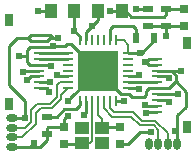
<source format=gbr>
G04 #@! TF.FileFunction,Copper,L1,Top,Signal*
%FSLAX46Y46*%
G04 Gerber Fmt 4.6, Leading zero omitted, Abs format (unit mm)*
G04 Created by KiCad (PCBNEW 4.0.2-stable) date 23/09/2017 10:35:29 PM*
%MOMM*%
G01*
G04 APERTURE LIST*
%ADD10C,0.100000*%
%ADD11O,0.900000X0.250000*%
%ADD12O,0.250000X0.900000*%
%ADD13R,3.500000X3.500000*%
%ADD14C,1.524000*%
%ADD15R,0.850000X0.250000*%
%ADD16R,0.800000X1.000000*%
%ADD17R,1.150000X1.000000*%
%ADD18R,1.000000X1.250000*%
%ADD19R,0.750000X0.800000*%
%ADD20R,0.900000X0.500000*%
%ADD21R,0.500000X0.900000*%
%ADD22O,0.609600X1.000000*%
%ADD23O,1.000000X0.609600*%
%ADD24C,0.609600*%
%ADD25C,0.250000*%
%ADD26C,0.152400*%
%ADD27C,0.203200*%
G04 APERTURE END LIST*
D10*
D11*
X147450000Y-105500000D03*
X147450000Y-106000000D03*
X147450000Y-106500000D03*
X147450000Y-107000000D03*
X147450000Y-107500000D03*
X147450000Y-108000000D03*
X147450000Y-108500000D03*
D12*
X148500000Y-109550000D03*
X149000000Y-109550000D03*
X149500000Y-109550000D03*
X150000000Y-109550000D03*
X150500000Y-109550000D03*
X151000000Y-109550000D03*
X151500000Y-109550000D03*
D11*
X152550000Y-108500000D03*
X152550000Y-108000000D03*
X152550000Y-107500000D03*
X152550000Y-107000000D03*
X152550000Y-106500000D03*
X152550000Y-106000000D03*
X152550000Y-105500000D03*
D12*
X151500000Y-104450000D03*
X151000000Y-104450000D03*
X150500000Y-104450000D03*
X150000000Y-104450000D03*
X149500000Y-104450000D03*
X149000000Y-104450000D03*
X148500000Y-104450000D03*
D13*
X150000000Y-107000000D03*
D14*
X150000000Y-107000000D03*
D15*
X145000000Y-104000000D03*
X145000000Y-104500000D03*
X145000000Y-105000000D03*
X145000000Y-105500000D03*
X145000000Y-106000000D03*
X145000000Y-106500000D03*
X145000000Y-107000000D03*
X145000000Y-107500000D03*
X145000000Y-108000000D03*
X145000000Y-108500000D03*
D16*
X142500000Y-102700000D03*
X142500000Y-109800000D03*
D17*
X148625000Y-111850000D03*
X148625000Y-113150000D03*
X150375000Y-111850000D03*
X150375000Y-113150000D03*
D18*
X152000000Y-102000000D03*
X150000000Y-102000000D03*
X146000000Y-102000000D03*
X148000000Y-102000000D03*
D19*
X147100000Y-113250000D03*
X147100000Y-111750000D03*
X151900000Y-111750000D03*
X151900000Y-113250000D03*
X157250000Y-103250000D03*
X157250000Y-101750000D03*
D20*
X154250000Y-103250000D03*
X154250000Y-101750000D03*
X155750000Y-101750000D03*
X155750000Y-103250000D03*
D21*
X153250000Y-104250000D03*
X154750000Y-104250000D03*
D20*
X145650000Y-112400000D03*
X145650000Y-110900000D03*
D22*
X154300000Y-113250000D03*
X155100000Y-113250000D03*
X155900000Y-113250000D03*
X156700000Y-113250000D03*
D23*
X142750000Y-111050000D03*
X142750000Y-111850000D03*
X142750000Y-112650000D03*
X142750000Y-113450000D03*
D15*
X155000000Y-110500000D03*
X155000000Y-110000000D03*
X155000000Y-109500000D03*
X155000000Y-109000000D03*
X155000000Y-108500000D03*
X155000000Y-108000000D03*
X155000000Y-107500000D03*
X155000000Y-107000000D03*
X155000000Y-106500000D03*
X155000000Y-106000000D03*
D16*
X157500000Y-111800000D03*
X157500000Y-104700000D03*
D24*
X144600004Y-113100000D03*
X143350000Y-105750000D03*
X154450000Y-112200000D03*
X147450000Y-110832220D03*
X147450000Y-109550002D03*
X157000000Y-107000000D03*
X156500000Y-112100000D03*
X146200000Y-104900000D03*
X146050000Y-106600000D03*
X144950000Y-102000000D03*
X151050000Y-102000000D03*
X143800000Y-111050000D03*
X153950000Y-106250000D03*
X153250000Y-101750000D03*
X149500000Y-103250000D03*
X146650000Y-104250000D03*
X156800000Y-109000000D03*
X143692799Y-107090398D03*
X144000000Y-107800000D03*
X156050000Y-109650000D03*
X153939710Y-109879179D03*
X145950000Y-107950000D03*
X154050000Y-110633168D03*
X145867790Y-108800000D03*
X153500000Y-108600000D03*
X156001973Y-107662036D03*
X146500000Y-107400000D03*
X148000000Y-103649986D03*
X153550002Y-105500000D03*
X152200000Y-109550000D03*
X148850000Y-110750000D03*
X155750000Y-104050000D03*
X153500000Y-107400000D03*
D25*
X155000000Y-108500000D02*
X154350000Y-108500000D01*
X154350000Y-108500000D02*
X154100000Y-108750000D01*
X154100000Y-108750000D02*
X154100000Y-109050000D01*
X154100000Y-109050000D02*
X153900000Y-109250000D01*
X153900000Y-109250000D02*
X152900000Y-109250000D01*
X152900000Y-109250000D02*
X152600000Y-108950000D01*
X152600000Y-108950000D02*
X151950000Y-108950000D01*
X151950000Y-108950000D02*
X150000000Y-107000000D01*
X147350000Y-104750000D02*
X147200000Y-104900000D01*
X147200000Y-104900000D02*
X146200000Y-104900000D01*
X147750000Y-104750000D02*
X147350000Y-104750000D01*
X150000000Y-107000000D02*
X147750000Y-104750000D01*
X144295205Y-113404799D02*
X144600004Y-113100000D01*
X144250004Y-113450000D02*
X144295205Y-113404799D01*
X143700000Y-113450000D02*
X144250004Y-113450000D01*
X144000000Y-106250000D02*
X144000000Y-105750000D01*
X143350000Y-105750000D02*
X144000000Y-105750000D01*
X144000000Y-105750000D02*
X144000000Y-105250000D01*
X143700000Y-113450000D02*
X145100000Y-113450000D01*
X142750000Y-113450000D02*
X143700000Y-113450000D01*
X153575000Y-112200000D02*
X154450000Y-112200000D01*
X151900000Y-113250000D02*
X152525000Y-113250000D01*
X152525000Y-113250000D02*
X153575000Y-112200000D01*
X147367780Y-110832220D02*
X147450000Y-110832220D01*
X147100000Y-111100000D02*
X147367780Y-110832220D01*
X147100000Y-111750000D02*
X147100000Y-111100000D01*
X150000000Y-107000000D02*
X147754799Y-109245203D01*
X147754799Y-109245203D02*
X147450000Y-109550002D01*
X157000000Y-107000000D02*
X156201595Y-107000000D01*
X156700000Y-112100000D02*
X156700000Y-110800000D01*
X156700000Y-113250000D02*
X156700000Y-112100000D01*
X156700000Y-112100000D02*
X156500000Y-112100000D01*
X157450000Y-110050000D02*
X157450000Y-108781652D01*
X157450000Y-108781652D02*
X156584174Y-107915826D01*
X156700000Y-110800000D02*
X157450000Y-110050000D01*
X146200000Y-104900000D02*
X146100000Y-105000000D01*
X146100000Y-105000000D02*
X145000000Y-105000000D01*
X145000000Y-106500000D02*
X145950000Y-106500000D01*
X145950000Y-106500000D02*
X146050000Y-106600000D01*
X144950000Y-102000000D02*
X146000000Y-102000000D01*
X152000000Y-102000000D02*
X151050000Y-102000000D01*
X152000000Y-102000000D02*
X152350000Y-102000000D01*
X152350000Y-102000000D02*
X152800000Y-102450000D01*
X152800000Y-102450000D02*
X155550000Y-102450000D01*
X155550000Y-102450000D02*
X155750000Y-102250000D01*
X155750000Y-102250000D02*
X155750000Y-101750000D01*
X155750000Y-101750000D02*
X157250000Y-101750000D01*
X147100000Y-111750000D02*
X145750000Y-111750000D01*
X145750000Y-111750000D02*
X145650000Y-111850000D01*
X145650000Y-111850000D02*
X145650000Y-112400000D01*
X145100000Y-113450000D02*
X145650000Y-112900000D01*
X145650000Y-112900000D02*
X145650000Y-112400000D01*
X155000000Y-107000000D02*
X156201595Y-107000000D01*
X156584174Y-107382579D02*
X156584174Y-107915826D01*
X156201595Y-107000000D02*
X156584174Y-107382579D01*
X156584174Y-107915826D02*
X156000000Y-108500000D01*
X156000000Y-108500000D02*
X155000000Y-108500000D01*
X144000000Y-105250000D02*
X144250000Y-105000000D01*
X144250000Y-105000000D02*
X145000000Y-105000000D01*
X144250000Y-106500000D02*
X144000000Y-106250000D01*
X145000000Y-106500000D02*
X144250000Y-106500000D01*
X144075000Y-104250000D02*
X143150000Y-104250000D01*
X143150000Y-104250000D02*
X142450000Y-104950000D01*
X142450000Y-104950000D02*
X142450000Y-108250000D01*
X142450000Y-108250000D02*
X143800000Y-109600000D01*
X143800000Y-109600000D02*
X143800000Y-111050000D01*
X143800000Y-111050000D02*
X142750000Y-111050000D01*
X142750000Y-111050000D02*
X142945200Y-111050000D01*
X145925000Y-104250000D02*
X146200000Y-104250000D01*
X145675000Y-104500000D02*
X145925000Y-104250000D01*
X145000000Y-104500000D02*
X145675000Y-104500000D01*
X145000000Y-104000000D02*
X144325000Y-104000000D01*
X144325000Y-104000000D02*
X144075000Y-104250000D01*
X145000000Y-104500000D02*
X144325000Y-104500000D01*
X144325000Y-104500000D02*
X144075000Y-104250000D01*
X154075000Y-106250000D02*
X153950000Y-106250000D01*
X155000000Y-106000000D02*
X154325000Y-106000000D01*
X154325000Y-106000000D02*
X154075000Y-106250000D01*
X155000000Y-106500000D02*
X154325000Y-106500000D01*
X154325000Y-106500000D02*
X154075000Y-106250000D01*
X153250000Y-101750000D02*
X154250000Y-101750000D01*
X150000000Y-102750000D02*
X149500000Y-103250000D01*
X149500000Y-103250000D02*
X149000000Y-103750000D01*
X146200000Y-104250000D02*
X146650000Y-104250000D01*
X145000000Y-104000000D02*
X145950000Y-104000000D01*
X145950000Y-104000000D02*
X146200000Y-104250000D01*
X149000000Y-103750000D02*
X149000000Y-104450000D01*
X150000000Y-102000000D02*
X150000000Y-102750000D01*
X145000000Y-105500000D02*
X147450000Y-105500000D01*
X145000000Y-106000000D02*
X147450000Y-106000000D01*
X155000000Y-109000000D02*
X156800000Y-109000000D01*
X145000000Y-107000000D02*
X143783197Y-107000000D01*
X143783197Y-107000000D02*
X143692799Y-107090398D01*
X144300000Y-107500000D02*
X144000000Y-107800000D01*
X145000000Y-107500000D02*
X144300000Y-107500000D01*
X155900000Y-109500000D02*
X156050000Y-109650000D01*
X155000000Y-109500000D02*
X155900000Y-109500000D01*
X155000000Y-110000000D02*
X154060531Y-110000000D01*
X154060531Y-110000000D02*
X153939710Y-109879179D01*
X145900000Y-108000000D02*
X145950000Y-107950000D01*
X145000000Y-108000000D02*
X145900000Y-108000000D01*
X154183168Y-110500000D02*
X154050000Y-110633168D01*
X155000000Y-110500000D02*
X154183168Y-110500000D01*
X145867790Y-108692790D02*
X145675000Y-108500000D01*
X145867790Y-108800000D02*
X145867790Y-108692790D01*
X145675000Y-108500000D02*
X145000000Y-108500000D01*
X153400000Y-108500000D02*
X153500000Y-108600000D01*
X152550000Y-108500000D02*
X153400000Y-108500000D01*
X156001973Y-107601973D02*
X156001973Y-107662036D01*
X155900000Y-107500000D02*
X156001973Y-107601973D01*
X155000000Y-107500000D02*
X155002410Y-107502410D01*
X155002410Y-107502410D02*
X155897590Y-107502410D01*
X155897590Y-107502410D02*
X155900000Y-107500000D01*
X155000000Y-108000000D02*
X152550000Y-108000000D01*
D26*
X151500000Y-104450000D02*
X152200000Y-104450000D01*
X152200000Y-104450000D02*
X152550000Y-104800000D01*
X152550000Y-104800000D02*
X152550000Y-105500000D01*
D25*
X146600000Y-107500000D02*
X146500000Y-107400000D01*
X147450000Y-107500000D02*
X146600000Y-107500000D01*
X148500000Y-104125000D02*
X148024986Y-103649986D01*
X148500000Y-104450000D02*
X148500000Y-104125000D01*
X148024986Y-103649986D02*
X148000000Y-103649986D01*
X148000000Y-102000000D02*
X148000000Y-103649986D01*
X153700000Y-105500000D02*
X153550002Y-105500000D01*
X154750000Y-104250000D02*
X154750000Y-104450000D01*
X154750000Y-104450000D02*
X153700000Y-105500000D01*
X152550000Y-105500000D02*
X153550002Y-105500000D01*
X152200000Y-109550000D02*
X151500000Y-109550000D01*
X149000000Y-109550000D02*
X149000000Y-110600000D01*
X149000000Y-110600000D02*
X148850000Y-110750000D01*
X147100000Y-113250000D02*
X148525000Y-113250000D01*
X148525000Y-113250000D02*
X148625000Y-113150000D01*
D26*
X149350000Y-113150000D02*
X148625000Y-113150000D01*
X149500000Y-113000000D02*
X149350000Y-113150000D01*
X149500000Y-109550000D02*
X149500000Y-113000000D01*
D25*
X151900000Y-111750000D02*
X150475000Y-111750000D01*
X150475000Y-111750000D02*
X150375000Y-111850000D01*
D26*
X150000000Y-109550000D02*
X150000000Y-110750000D01*
X150375000Y-111125000D02*
X150375000Y-111850000D01*
X150000000Y-110750000D02*
X150375000Y-111125000D01*
D25*
X155750000Y-103250000D02*
X155750000Y-104050000D01*
X152550000Y-107500000D02*
X153400000Y-107500000D01*
X153400000Y-107500000D02*
X153500000Y-107400000D01*
X154250000Y-103250000D02*
X155750000Y-103250000D01*
X155750000Y-103250000D02*
X157250000Y-103250000D01*
X151000000Y-104450000D02*
X151000000Y-103500000D01*
X153250000Y-103500000D02*
X153250000Y-104250000D01*
X153000000Y-103250000D02*
X153250000Y-103500000D01*
X151250000Y-103250000D02*
X153000000Y-103250000D01*
X151000000Y-103500000D02*
X151250000Y-103250000D01*
X145650000Y-110900000D02*
X146488340Y-110900000D01*
X146488340Y-110900000D02*
X147138340Y-110250000D01*
X147138340Y-110250000D02*
X148125000Y-110250000D01*
X148125000Y-110250000D02*
X148500000Y-109875000D01*
X148500000Y-109875000D02*
X148500000Y-109550000D01*
D27*
X152800000Y-110900000D02*
X153541198Y-111641198D01*
X154718226Y-111641198D02*
X155100000Y-112022972D01*
X151196800Y-110900000D02*
X152800000Y-110900000D01*
X155100000Y-112546800D02*
X155100000Y-113250000D01*
X155100000Y-112022972D02*
X155100000Y-112546800D01*
X153541198Y-111641198D02*
X154718226Y-111641198D01*
X150500000Y-110203200D02*
X151196800Y-110900000D01*
X150500000Y-109550000D02*
X150500000Y-110203200D01*
X151344389Y-110544389D02*
X151000000Y-110200000D01*
X151000000Y-110200000D02*
X151000000Y-109550000D01*
X152947298Y-110544389D02*
X151344389Y-110544389D01*
X153688496Y-111285587D02*
X152947298Y-110544389D01*
X154865524Y-111285587D02*
X153688496Y-111285587D01*
X155900000Y-113250000D02*
X155900000Y-112320063D01*
X155900000Y-112320063D02*
X154865524Y-111285587D01*
X146535588Y-109239704D02*
X145930903Y-109844389D01*
X144358801Y-110338290D02*
X144358801Y-111341199D01*
X144358801Y-111341199D02*
X143850000Y-111850000D01*
X143850000Y-111850000D02*
X143453200Y-111850000D01*
X143453200Y-111850000D02*
X142750000Y-111850000D01*
X146535588Y-108261212D02*
X146535588Y-109239704D01*
X146796800Y-108000000D02*
X146535588Y-108261212D01*
X144852702Y-109844389D02*
X144358801Y-110338290D01*
X145930903Y-109844389D02*
X144852702Y-109844389D01*
X147450000Y-108000000D02*
X146796800Y-108000000D01*
X144714412Y-111535588D02*
X143600000Y-112650000D01*
X143600000Y-112650000D02*
X143453200Y-112650000D01*
X144714412Y-110634477D02*
X144714412Y-111535588D01*
X145148889Y-110200000D02*
X144714412Y-110634477D01*
X146891199Y-109387002D02*
X146078201Y-110200000D01*
X146891199Y-109058801D02*
X146891199Y-109387002D01*
X147450000Y-108500000D02*
X146891199Y-109058801D01*
X146078201Y-110200000D02*
X145148889Y-110200000D01*
X143453200Y-112650000D02*
X142750000Y-112650000D01*
M02*

</source>
